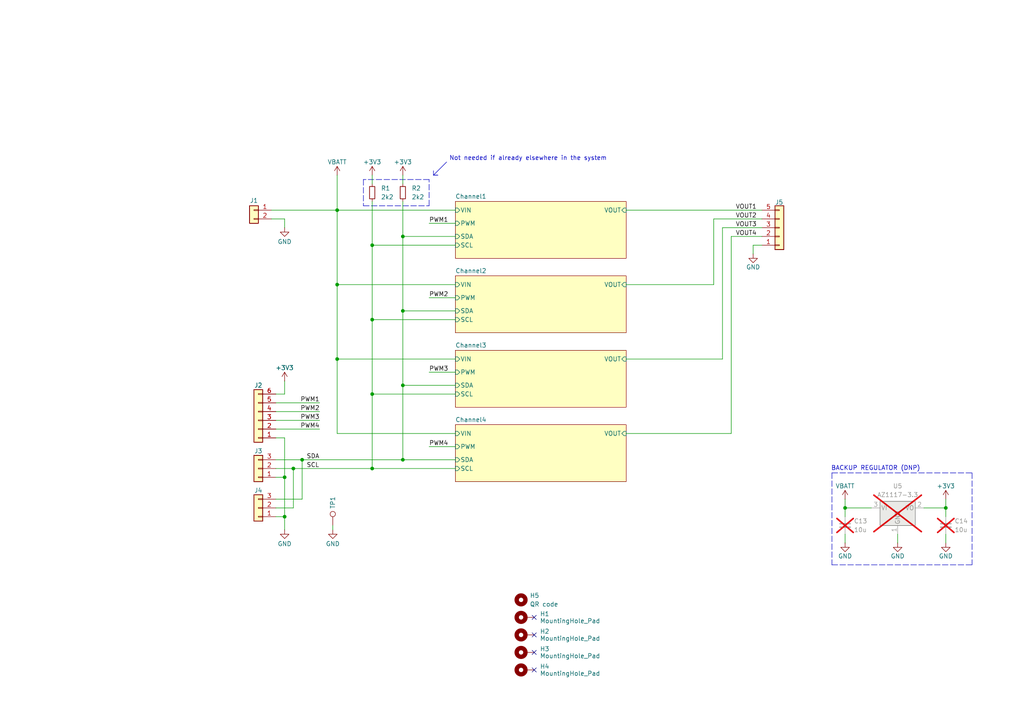
<source format=kicad_sch>
(kicad_sch (version 20250114) (generator "eeschema") (generator_version "9.0")
  (paper "A4")
  (title_block (title "Heating Control Board") (date "2025-03-20") (rev "V1") (company "Project Group B - MOD 11") (comment 1 "Heating subgroup"))
  (lib_symbols
    (symbol "Connector:TestPoint" (pin_numbers (hide yes)) (pin_names (offset 0.762) (hide yes))
      (property "Reference" "TP" (at 0 6.858 0))
      (property "Value" "TestPoint" (at 0 5.08 0))
      (symbol "TestPoint_0_1"
        (circle (center 0 3.302) (radius 0.762))
      )
      (symbol "TestPoint_1_1"
        (pin passive line (at 0 0 90) (length 2.54) (name "1") (number "1"))
      )
    )
    (symbol "Connector_Generic:Conn_01x02" (pin_names (offset 1.016) (hide yes))
      (property "Reference" "J" (at 0 2.54 0))
      (property "Value" "Conn_01x02" (at 0 -5.08 0))
      (symbol "Conn_01x02_1_1"
        (rectangle (start -1.27 1.27) (end 1.27 -3.81) (stroke (width 0.254)) (fill (type background)))
        (rectangle (start -1.27 0.127) (end 0 -0.127) (stroke (width 0.1524)))
        (rectangle (start -1.27 -2.413) (end 0 -2.667) (stroke (width 0.1524)))
        (pin passive line (at -5.08 0 0) (length 3.81) (name "Pin_1") (number "1"))
        (pin passive line (at -5.08 -2.54 0) (length 3.81) (name "Pin_2") (number "2"))
      )
    )
    (symbol "Connector_Generic:Conn_01x03" (pin_names (offset 1.016) (hide yes))
      (property "Reference" "J" (at 0 5.08 0))
      (property "Value" "Conn_01x03" (at 0 -5.08 0))
      (symbol "Conn_01x03_1_1"
        (rectangle (start -1.27 3.81) (end 1.27 -3.81) (stroke (width 0.254)) (fill (type background)))
        (rectangle (start -1.27 2.667) (end 0 2.413) (stroke (width 0.1524)))
        (rectangle (start -1.27 0.127) (end 0 -0.127) (stroke (width 0.1524)))
        (rectangle (start -1.27 -2.413) (end 0 -2.667) (stroke (width 0.1524)))
        (pin passive line (at -5.08 2.54 0) (length 3.81) (name "Pin_1") (number "1"))
        (pin passive line (at -5.08 0 0) (length 3.81) (name "Pin_2") (number "2"))
        (pin passive line (at -5.08 -2.54 0) (length 3.81) (name "Pin_3") (number "3"))
      )
    )
    (symbol "Connector_Generic:Conn_01x05" (pin_names (offset 1.016) (hide yes))
      (property "Reference" "J" (at 0 7.62 0))
      (property "Value" "Conn_01x05" (at 0 -7.62 0))
      (symbol "Conn_01x05_1_1"
        (rectangle (start -1.27 6.35) (end 1.27 -6.35) (stroke (width 0.254)) (fill (type background)))
        (rectangle (start -1.27 5.207) (end 0 4.953) (stroke (width 0.1524)))
        (rectangle (start -1.27 2.667) (end 0 2.413) (stroke (width 0.1524)))
        (rectangle (start -1.27 0.127) (end 0 -0.127) (stroke (width 0.1524)))
        (rectangle (start -1.27 -2.413) (end 0 -2.667) (stroke (width 0.1524)))
        (rectangle (start -1.27 -4.953) (end 0 -5.207) (stroke (width 0.1524)))
        (pin passive line (at -5.08 5.08 0) (length 3.81) (name "Pin_1") (number "1"))
        (pin passive line (at -5.08 2.54 0) (length 3.81) (name "Pin_2") (number "2"))
        (pin passive line (at -5.08 0 0) (length 3.81) (name "Pin_3") (number "3"))
        (pin passive line (at -5.08 -2.54 0) (length 3.81) (name "Pin_4") (number "4"))
        (pin passive line (at -5.08 -5.08 0) (length 3.81) (name "Pin_5") (number "5"))
      )
    )
    (symbol "Connector_Generic:Conn_01x06" (pin_names (offset 1.016) (hide yes))
      (property "Reference" "J" (at 0 7.62 0))
      (property "Value" "Conn_01x06" (at 0 -10.16 0))
      (symbol "Conn_01x06_1_1"
        (rectangle (start -1.27 6.35) (end 1.27 -8.89) (stroke (width 0.254)) (fill (type background)))
        (rectangle (start -1.27 5.207) (end 0 4.953) (stroke (width 0.1524)))
        (rectangle (start -1.27 2.667) (end 0 2.413) (stroke (width 0.1524)))
        (rectangle (start -1.27 0.127) (end 0 -0.127) (stroke (width 0.1524)))
        (rectangle (start -1.27 -2.413) (end 0 -2.667) (stroke (width 0.1524)))
        (rectangle (start -1.27 -4.953) (end 0 -5.207) (stroke (width 0.1524)))
        (rectangle (start -1.27 -7.493) (end 0 -7.747) (stroke (width 0.1524)))
        (pin passive line (at -5.08 5.08 0) (length 3.81) (name "Pin_1") (number "1"))
        (pin passive line (at -5.08 2.54 0) (length 3.81) (name "Pin_2") (number "2"))
        (pin passive line (at -5.08 0 0) (length 3.81) (name "Pin_3") (number "3"))
        (pin passive line (at -5.08 -2.54 0) (length 3.81) (name "Pin_4") (number "4"))
        (pin passive line (at -5.08 -5.08 0) (length 3.81) (name "Pin_5") (number "5"))
        (pin passive line (at -5.08 -7.62 0) (length 3.81) (name "Pin_6") (number "6"))
      )
    )
    (symbol "Device:C_Small" (pin_numbers (hide yes)) (pin_names (offset 0.254) (hide yes))
      (property "Reference" "C" (at 0.254 1.778 0))
      (property "Value" "C_Small" (at 0.254 -2.032 0))
      (symbol "C_Small_0_1"
        (polyline (pts (xy -1.524 0.508) (xy 1.524 0.508)) (stroke (width 0.3048)))
        (polyline (pts (xy -1.524 -0.508) (xy 1.524 -0.508)) (stroke (width 0.3302)))
      )
      (symbol "C_Small_1_1"
        (pin passive line (at 0 2.54 270) (length 2.032) (name "~") (number "1"))
        (pin passive line (at 0 -2.54 90) (length 2.032) (name "~") (number "2"))
      )
    )
    (symbol "Device:R_Small" (pin_numbers (hide yes)) (pin_names (offset 0.254) (hide yes))
      (property "Reference" "R" (at 0.762 0.508 0))
      (property "Value" "R_Small" (at 0.762 -1.016 0))
      (symbol "R_Small_0_1"
        (rectangle (start -0.762 1.778) (end 0.762 -1.778) (stroke (width 0.2032)))
      )
      (symbol "R_Small_1_1"
        (pin passive line (at 0 2.54 270) (length 0.762) (name "~") (number "1"))
        (pin passive line (at 0 -2.54 90) (length 0.762) (name "~") (number "2"))
      )
    )
    (symbol "Mechanical:MountingHole" (pin_names (offset 1.016)) (exclude_from_sim yes) (in_bom no)
      (property "Reference" "H" (at 0 5.08 0))
      (property "Value" "MountingHole" (at 0 3.175 0))
      (symbol "MountingHole_0_1"
        (circle (center 0 0) (radius 1.27) (stroke (width 1.27)))
      )
    )
    (symbol "Mechanical:MountingHole_Pad" (pin_numbers (hide yes)) (pin_names (offset 1.016) (hide yes)) (exclude_from_sim yes) (in_bom no)
      (property "Reference" "H" (at 0 6.35 0))
      (property "Value" "MountingHole_Pad" (at 0 4.445 0))
      (symbol "MountingHole_Pad_0_1"
        (circle (center 0 1.27) (radius 1.27) (stroke (width 1.27)))
      )
      (symbol "MountingHole_Pad_1_1"
        (pin input line (at 0 -2.54 90) (length 2.54) (name "1") (number "1"))
      )
    )
    (symbol "Regulator_Linear:AZ1117-3.3" (pin_names (offset 0.254))
      (property "Reference" "U" (at -3.81 3.175 0))
      (property "Value" "AZ1117-3.3" (at 0 3.175 0))
      (symbol "AZ1117-3.3_0_1"
        (rectangle (start -5.08 1.905) (end 5.08 -5.08) (stroke (width 0.254)) (fill (type background)))
      )
      (symbol "AZ1117-3.3_1_1"
        (pin power_in line (at -7.62 0 0) (length 2.54) (name "VI") (number "3"))
        (pin power_in line (at 0 -7.62 90) (length 2.54) (name "GND") (number "1"))
        (pin power_out line (at 7.62 0 180) (length 2.54) (name "VO") (number "2"))
      )
    )
    (symbol "power:+3V3" (power) (pin_numbers (hide yes)) (pin_names (offset 0) (hide yes))
      (property "Value" "+3V3" (at 0 3.556 0))
      (symbol "+3V3_0_1"
        (polyline (pts (xy -0.762 1.27) (xy 0 2.54)))
        (polyline (pts (xy 0 2.54) (xy 0.762 1.27)))
        (polyline (pts (xy 0 0) (xy 0 2.54)))
      )
      (symbol "+3V3_1_1"
        (pin power_in line (at 0 0 90) (length 0) (name "~") (number "1"))
      )
    )
    (symbol "power:GND" (power) (pin_numbers (hide yes)) (pin_names (offset 0) (hide yes))
      (property "Value" "GND" (at 0 -3.81 0))
      (symbol "GND_0_1"
        (polyline (pts (xy 0 0) (xy 0 -1.27) (xy 1.27 -1.27) (xy 0 -2.54) (xy -1.27 -1.27) (xy 0 -1.27)))
      )
      (symbol "GND_1_1"
        (pin power_in line (at 0 0 270) (length 0) (name "~") (number "1"))
      )
    )
    (symbol "power:VBUS" (power) (pin_numbers (hide yes)) (pin_names (offset 0) (hide yes))
      (property "Value" "VBUS" (at 0 3.556 0))
      (symbol "VBUS_0_1"
        (polyline (pts (xy -0.762 1.27) (xy 0 2.54)))
        (polyline (pts (xy 0 2.54) (xy 0.762 1.27)))
        (polyline (pts (xy 0 0) (xy 0 2.54)))
      )
      (symbol "VBUS_1_1"
        (pin power_in line (at 0 0 90) (length 0) (name "~") (number "1"))
      )
    )
  )
  (text "BACKUP REGULATOR (DNP)\n" (at 254 135.89 0) (effects (font (size 1.27 1.27))))
  (text "Not needed if already elsewhere in the system\n" (at 153.162 45.974 0) (effects (font (size 1.27 1.27))))
  (junction (at 97.79 60.96))
  (junction (at 116.84 111.76))
  (junction (at 116.84 133.35))
  (junction (at 107.95 114.3))
  (junction (at 245.11 147.32))
  (junction (at 85.09 135.89))
  (junction (at 116.84 68.58))
  (junction (at 97.79 104.14))
  (junction (at 87.63 133.35))
  (junction (at 274.32 147.32))
  (junction (at 107.95 92.71))
  (junction (at 107.95 71.12))
  (junction (at 82.55 138.43))
  (junction (at 97.79 82.55))
  (junction (at 82.55 149.86))
  (junction (at 116.84 90.17))
  (junction (at 107.95 135.89))
  (no_connect (at 154.94 194.31))
  (no_connect (at 154.94 184.15))
  (no_connect (at 154.94 179.07))
  (no_connect (at 154.94 189.23))
  (wire (pts (xy 212.09 68.58) (xy 220.98 68.58)))
  (wire (pts (xy 116.84 90.17) (xy 116.84 68.58)))
  (wire (pts (xy 124.46 129.54) (xy 132.08 129.54)))
  (polyline (pts (xy 125.73 50.8) (xy 127 50.8)))
  (wire (pts (xy 82.55 138.43) (xy 82.55 149.86)))
  (wire (pts (xy 116.84 58.42) (xy 116.84 68.58)))
  (wire (pts (xy 87.63 133.35) (xy 116.84 133.35)))
  (wire (pts (xy 80.01 149.86) (xy 82.55 149.86)))
  (wire (pts (xy 274.32 147.32) (xy 274.32 149.86)))
  (polyline (pts (xy 125.73 50.8) (xy 129.54 46.99)))
  (wire (pts (xy 96.52 152.4) (xy 96.52 153.67)))
  (wire (pts (xy 107.95 58.42) (xy 107.95 71.12)))
  (wire (pts (xy 124.46 64.77) (xy 132.08 64.77)))
  (wire (pts (xy 85.09 147.32) (xy 85.09 135.89)))
  (wire (pts (xy 80.01 124.46) (xy 92.71 124.46)))
  (wire (pts (xy 209.55 66.04) (xy 209.55 104.14)))
  (wire (pts (xy 107.95 114.3) (xy 107.95 92.71)))
  (wire (pts (xy 80.01 138.43) (xy 82.55 138.43)))
  (wire (pts (xy 132.08 111.76) (xy 116.84 111.76)))
  (wire (pts (xy 245.11 147.32) (xy 252.73 147.32)))
  (wire (pts (xy 116.84 50.8) (xy 116.84 53.34)))
  (wire (pts (xy 212.09 68.58) (xy 212.09 125.73)))
  (wire (pts (xy 116.84 68.58) (xy 132.08 68.58)))
  (wire (pts (xy 78.74 63.5) (xy 82.55 63.5)))
  (polyline (pts (xy 124.46 59.69) (xy 124.46 52.07)) (stroke (width 0) (type dash)))
  (wire (pts (xy 97.79 104.14) (xy 97.79 125.73)))
  (wire (pts (xy 82.55 66.04) (xy 82.55 63.5)))
  (wire (pts (xy 107.95 114.3) (xy 132.08 114.3)))
  (wire (pts (xy 97.79 104.14) (xy 132.08 104.14)))
  (wire (pts (xy 132.08 92.71) (xy 107.95 92.71)))
  (polyline (pts (xy 105.41 52.07) (xy 105.41 59.69)) (stroke (width 0) (type dash)))
  (wire (pts (xy 82.55 149.86) (xy 82.55 153.67)))
  (wire (pts (xy 107.95 71.12) (xy 132.08 71.12)))
  (wire (pts (xy 245.11 154.94) (xy 245.11 157.48)))
  (wire (pts (xy 107.95 71.12) (xy 107.95 92.71)))
  (wire (pts (xy 132.08 133.35) (xy 116.84 133.35)))
  (wire (pts (xy 87.63 133.35) (xy 80.01 133.35)))
  (wire (pts (xy 80.01 147.32) (xy 85.09 147.32)))
  (wire (pts (xy 80.01 116.84) (xy 92.71 116.84)))
  (polyline (pts (xy 105.41 59.69) (xy 124.46 59.69)) (stroke (width 0) (type dash)))
  (wire (pts (xy 124.46 86.36) (xy 132.08 86.36)))
  (polyline (pts (xy 124.46 52.07) (xy 105.41 52.07)) (stroke (width 0) (type dash)))
  (polyline (pts (xy 125.73 50.8) (xy 127 50.8)))
  (wire (pts (xy 80.01 144.78) (xy 87.63 144.78)))
  (wire (pts (xy 80.01 121.92) (xy 92.71 121.92)))
  (wire (pts (xy 181.61 60.96) (xy 220.98 60.96)))
  (wire (pts (xy 80.01 119.38) (xy 92.71 119.38)))
  (wire (pts (xy 181.61 82.55) (xy 207.01 82.55)))
  (polyline (pts (xy 241.3 163.83) (xy 281.94 163.83)) (stroke (width 0) (type dash)))
  (wire (pts (xy 116.84 111.76) (xy 116.84 90.17)))
  (wire (pts (xy 218.44 71.12) (xy 218.44 73.66)))
  (wire (pts (xy 97.79 82.55) (xy 132.08 82.55)))
  (wire (pts (xy 116.84 133.35) (xy 116.84 111.76)))
  (wire (pts (xy 207.01 82.55) (xy 207.01 63.5)))
  (wire (pts (xy 85.09 135.89) (xy 107.95 135.89)))
  (wire (pts (xy 260.35 154.94) (xy 260.35 157.48)))
  (wire (pts (xy 274.32 144.78) (xy 274.32 147.32)))
  (wire (pts (xy 207.01 63.5) (xy 220.98 63.5)))
  (wire (pts (xy 267.97 147.32) (xy 274.32 147.32)))
  (wire (pts (xy 80.01 114.3) (xy 82.55 114.3)))
  (wire (pts (xy 245.11 144.78) (xy 245.11 147.32)))
  (wire (pts (xy 132.08 135.89) (xy 107.95 135.89)))
  (wire (pts (xy 245.11 147.32) (xy 245.11 149.86)))
  (wire (pts (xy 97.79 82.55) (xy 97.79 104.14)))
  (wire (pts (xy 132.08 60.96) (xy 97.79 60.96)))
  (polyline (pts (xy 241.3 137.16) (xy 241.3 163.83)) (stroke (width 0) (type dash)))
  (wire (pts (xy 80.01 135.89) (xy 85.09 135.89)))
  (wire (pts (xy 181.61 104.14) (xy 209.55 104.14)))
  (wire (pts (xy 209.55 66.04) (xy 220.98 66.04)))
  (wire (pts (xy 107.95 135.89) (xy 107.95 114.3)))
  (wire (pts (xy 97.79 50.8) (xy 97.79 60.96)))
  (wire (pts (xy 132.08 90.17) (xy 116.84 90.17)))
  (wire (pts (xy 97.79 125.73) (xy 132.08 125.73)))
  (wire (pts (xy 124.46 107.95) (xy 132.08 107.95)))
  (wire (pts (xy 87.63 144.78) (xy 87.63 133.35)))
  (wire (pts (xy 82.55 127) (xy 82.55 138.43)))
  (wire (pts (xy 107.95 50.8) (xy 107.95 53.34)))
  (wire (pts (xy 274.32 154.94) (xy 274.32 157.48)))
  (wire (pts (xy 181.61 125.73) (xy 212.09 125.73)))
  (wire (pts (xy 97.79 60.96) (xy 97.79 82.55)))
  (wire (pts (xy 97.79 60.96) (xy 78.74 60.96)))
  (wire (pts (xy 220.98 71.12) (xy 218.44 71.12)))
  (polyline (pts (xy 281.94 137.16) (xy 281.94 163.83)) (stroke (width 0) (type dash)))
  (polyline (pts (xy 125.73 49.53) (xy 125.73 50.8)))
  (wire (pts (xy 80.01 127) (xy 82.55 127)))
  (wire (pts (xy 82.55 110.49) (xy 82.55 114.3)))
  (polyline (pts (xy 241.3 137.16) (xy 281.94 137.16)) (stroke (width 0) (type dash)))
  (label "PWM2" (at 92.71 119.38 180))
  (label "VOUT2" (at 213.36 63.5 0))
  (label "PWM2" (at 124.46 86.36 0))
  (label "PWM4" (at 124.46 129.54 0))
  (label "SDA" (at 88.9 133.35 0))
  (label "PWM3" (at 124.46 107.95 0))
  (label "VOUT4" (at 213.36 68.58 0))
  (label "VOUT1" (at 213.36 60.96 0))
  (label "SCL" (at 88.9 135.89 0))
  (label "PWM3" (at 92.71 121.92 180))
  (label "PWM1" (at 92.71 116.84 180))
  (label "PWM1" (at 124.46 64.77 0))
  (label "VOUT3" (at 213.36 66.04 0))
  (label "PWM4" (at 92.71 124.46 180))
  (symbol (lib_id "power:GND") (at 82.55 153.67 0) (unit 1)
    (property "Reference" "#PWR03" (effects (hide yes)))
    (property "Value" "GND" (at 82.55 157.734 0))
    (property "Description" "Power symbol creates a global label with name \"GND\" , ground" (effects (hide yes)))
  )
  (symbol (lib_id "Mechanical:MountingHole_Pad") (at 152.4 184.15 90) (unit 1) (exclude_from_sim yes) (in_bom no)
    (property "Reference" "H2" (at 157.988 183.134 90))
    (property "Value" "MountingHole_Pad" (at 165.354 185.166 90))
    (property "Footprint" "MountingHole:MountingHole_3.2mm_M3_Pad" (effects (hide yes)))
    (property "Description" "Mounting Hole with connection" (effects (hide yes)))
  )
  (symbol (lib_id "Device:R_Small") (at 107.95 55.88 0) (unit 1)
    (property "Reference" "R1" (at 110.49 54.6099 0) (effects (justify left)))
    (property "Value" "2k2" (at 110.49 57.1499 0) (effects (justify left)))
    (property "Footprint" "Resistor_SMD:R_0603_1608Metric_Pad0.98x0.95mm_HandSolder" (effects (hide yes)))
    (property "Description" "Resistor, small symbol" (effects (hide yes)))
  )
  (symbol (lib_id "power:+3V3") (at 82.55 110.49 0) (unit 1)
    (property "Reference" "#PWR02" (effects (hide yes)))
    (property "Value" "+3V3" (at 82.55 106.68 0))
    (property "Description" "Power symbol creates a global label with name \"+3V3\"" (effects (hide yes)))
  )
  (symbol (lib_id "Regulator_Linear:AZ1117-3.3") (at 260.35 147.32 0) (unit 1) (exclude_from_sim yes) (in_bom no) (on_board no) (dnp yes)
    (property "Reference" "U5" (at 260.35 140.97 0))
    (property "Value" "AZ1117-3.3" (at 260.35 143.51 0))
    (property "Footprint" "Package_TO_SOT_THT:TO-220-3_Vertical" (effects (hide yes)))
    (property "Datasheet" "https://www.diodes.com/assets/Datasheets/AZ1117.pdf" (effects (hide yes)))
    (property "Description" "1A 20V Fixed LDO Linear Regulator, 3.3V, SOT-89/SOT-223/TO-220/TO-252/TO-263" (effects (hide yes)))
  )
  (symbol (lib_id "Connector_Generic:Conn_01x06") (at 74.93 121.92 180) (unit 1)
    (property "Reference" "J2" (at 74.93 111.76 0))
    (property "Value" "Conn_01x06" (effects (hide yes)))
    (property "Footprint" "HeatingBoard:PHOENIX_1935200" (effects (hide yes)))
    (property "Description" "Generic connector, single row, 01x06, script generated (kicad-library-utils/schlib/autogen/connector/)" (effects (hide yes)))
  )
  (symbol (lib_id "Mechanical:MountingHole_Pad") (at 152.4 194.31 90) (unit 1) (exclude_from_sim yes) (in_bom no)
    (property "Reference" "H4" (at 157.988 193.294 90))
    (property "Value" "MountingHole_Pad" (at 165.354 195.326 90))
    (property "Footprint" "MountingHole:MountingHole_3.2mm_M3_Pad" (effects (hide yes)))
    (property "Description" "Mounting Hole with connection" (effects (hide yes)))
  )
  (symbol (lib_id "Connector:TestPoint") (at 96.52 152.4 0) (unit 1) (in_bom no)
    (property "Reference" "TP1" (at 96.52 145.796 90))
    (property "Value" "TestPoint" (effects (hide yes)))
    (property "Footprint" "TestPoint:TestPoint_Plated_Hole_D5.0mm" (effects (hide yes)))
    (property "Description" "test point" (effects (hide yes)))
  )
  (symbol (lib_id "power:VBUS") (at 245.11 144.78 0) (unit 1)
    (property "Reference" "#PWR057" (effects (hide yes)))
    (property "Value" "VBATT" (at 245.11 140.97 0))
    (property "Description" "Power symbol creates a global label with name \"VBUS\"" (effects (hide yes)))
  )
  (symbol (lib_id "Device:R_Small") (at 116.84 55.88 0) (unit 1)
    (property "Reference" "R2" (at 119.38 54.6099 0) (effects (justify left)))
    (property "Value" "2k2" (at 119.38 57.1499 0) (effects (justify left)))
    (property "Footprint" "Resistor_SMD:R_0603_1608Metric_Pad0.98x0.95mm_HandSolder" (effects (hide yes)))
    (property "Description" "Resistor, small symbol" (effects (hide yes)))
  )
  (symbol (lib_id "Connector_Generic:Conn_01x02") (at 73.66 60.96 0) (mirror y) (unit 1)
    (property "Reference" "J1" (at 73.66 58.166 0))
    (property "Value" "Conn_01x02" (effects (hide yes)))
    (property "Footprint" "HeatingBoard:PHOENIX_1935161" (effects (hide yes)))
    (property "Description" "Generic connector, single row, 01x02, script generated (kicad-library-utils/schlib/autogen/connector/)" (effects (hide yes)))
  )
  (symbol (lib_id "Connector_Generic:Conn_01x05") (at 226.06 66.04 0) (mirror x) (unit 1)
    (property "Reference" "J5" (at 224.79 58.674 0) (effects (justify left)))
    (property "Value" "Conn_01x05" (effects (hide yes)))
    (property "Footprint" "HeatingBoard:PHOENIX_1935190" (effects (hide yes)))
    (property "Description" "Generic connector, single row, 01x05, script generated (kicad-library-utils/schlib/autogen/connector/)" (effects (hide yes)))
  )
  (symbol (lib_id "power:GND") (at 82.55 66.04 0) (unit 1)
    (property "Reference" "#PWR01" (effects (hide yes)))
    (property "Value" "GND" (at 82.55 70.104 0))
    (property "Description" "Power symbol creates a global label with name \"GND\" , ground" (effects (hide yes)))
  )
  (symbol (lib_id "power:GND") (at 274.32 157.48 0) (unit 1)
    (property "Reference" "#PWR055" (effects (hide yes)))
    (property "Value" "GND" (at 274.32 161.29 0))
    (property "Description" "Power symbol creates a global label with name \"GND\" , ground" (effects (hide yes)))
  )
  (symbol (lib_id "power:GND") (at 96.52 153.67 0) (unit 1)
    (property "Reference" "#PWR04" (effects (hide yes)))
    (property "Value" "GND" (at 96.52 157.734 0))
    (property "Description" "Power symbol creates a global label with name \"GND\" , ground" (effects (hide yes)))
  )
  (symbol (lib_id "Mechanical:MountingHole_Pad") (at 152.4 179.07 90) (unit 1) (exclude_from_sim yes) (in_bom no)
    (property "Reference" "H1" (at 157.988 178.054 90))
    (property "Value" "MountingHole_Pad" (at 165.354 180.086 90))
    (property "Footprint" "MountingHole:MountingHole_3.2mm_M3_Pad" (effects (hide yes)))
    (property "Description" "Mounting Hole with connection" (effects (hide yes)))
  )
  (symbol (lib_id "power:GND") (at 260.35 157.48 0) (unit 1)
    (property "Reference" "#PWR054" (effects (hide yes)))
    (property "Value" "GND" (at 260.35 161.29 0))
    (property "Description" "Power symbol creates a global label with name \"GND\" , ground" (effects (hide yes)))
  )
  (symbol (lib_id "power:+3V3") (at 116.84 50.8 0) (unit 1)
    (property "Reference" "#PWR07" (effects (hide yes)))
    (property "Value" "+3V3" (at 116.84 46.99 0))
    (property "Description" "Power symbol creates a global label with name \"+3V3\"" (effects (hide yes)))
  )
  (symbol (lib_id "Mechanical:MountingHole_Pad") (at 152.4 189.23 90) (unit 1) (exclude_from_sim yes) (in_bom no)
    (property "Reference" "H3" (at 157.988 188.214 90))
    (property "Value" "MountingHole_Pad" (at 165.354 190.246 90))
    (property "Footprint" "MountingHole:MountingHole_3.2mm_M3_Pad" (effects (hide yes)))
    (property "Description" "Mounting Hole with connection" (effects (hide yes)))
  )
  (symbol (lib_id "Connector_Generic:Conn_01x03") (at 74.93 147.32 180) (unit 1)
    (property "Reference" "J4" (at 74.93 142.24 0))
    (property "Value" "Conn_01x03" (effects (hide yes)))
    (property "Footprint" "HeatingBoard:PHOENIX_1935174" (effects (hide yes)))
    (property "Description" "Generic connector, single row, 01x03, script generated (kicad-library-utils/schlib/autogen/connector/)" (effects (hide yes)))
  )
  (symbol (lib_id "power:+3V3") (at 107.95 50.8 0) (unit 1)
    (property "Reference" "#PWR06" (effects (hide yes)))
    (property "Value" "+3V3" (at 107.95 46.99 0))
    (property "Description" "Power symbol creates a global label with name \"+3V3\"" (effects (hide yes)))
  )
  (symbol (lib_id "Connector_Generic:Conn_01x03") (at 74.93 135.89 180) (unit 1)
    (property "Reference" "J3" (at 74.93 130.81 0))
    (property "Value" "Conn_01x03" (effects (hide yes)))
    (property "Footprint" "HeatingBoard:PHOENIX_1935174" (effects (hide yes)))
    (property "Description" "Generic connector, single row, 01x03, script generated (kicad-library-utils/schlib/autogen/connector/)" (effects (hide yes)))
  )
  (symbol (lib_id "Mechanical:MountingHole") (at 151.13 173.99 0) (unit 1) (exclude_from_sim yes) (in_bom no)
    (property "Reference" "H5" (at 153.67 172.7199 0) (effects (justify left)))
    (property "Value" "QR code" (at 153.67 175.2599 0) (effects (justify left)))
    (property "Footprint" "HeatingBoard:QRcode" (effects (hide yes)))
    (property "Description" "Mounting Hole without connection" (effects (hide yes)))
  )
  (symbol (lib_id "power:+3V3") (at 274.32 144.78 0) (unit 1)
    (property "Reference" "#PWR056" (effects (hide yes)))
    (property "Value" "+3V3" (at 274.32 140.97 0))
    (property "Description" "Power symbol creates a global label with name \"+3V3\"" (effects (hide yes)))
  )
  (symbol (lib_id "Device:C_Small") (at 245.11 152.4 0) (unit 1) (exclude_from_sim yes) (in_bom no) (on_board no) (dnp yes)
    (property "Reference" "C13" (at 247.65 151.1362 0) (effects (justify left)))
    (property "Value" "10u" (at 247.65 153.6762 0) (effects (justify left)))
    (property "Footprint" "Capacitor_SMD:C_0805_2012Metric_Pad1.18x1.45mm_HandSolder" (effects (hide yes)))
    (property "Description" "Unpolarized capacitor, small symbol" (effects (hide yes)))
  )
  (symbol (lib_id "power:GND") (at 218.44 73.66 0) (unit 1)
    (property "Reference" "#PWR08" (effects (hide yes)))
    (property "Value" "GND" (at 218.44 77.47 0))
    (property "Description" "Power symbol creates a global label with name \"GND\" , ground" (effects (hide yes)))
  )
  (symbol (lib_id "power:GND") (at 245.11 157.48 0) (unit 1)
    (property "Reference" "#PWR053" (effects (hide yes)))
    (property "Value" "GND" (at 245.11 161.29 0))
    (property "Description" "Power symbol creates a global label with name \"GND\" , ground" (effects (hide yes)))
  )
  (symbol (lib_id "power:VBUS") (at 97.79 50.8 0) (unit 1)
    (property "Reference" "#PWR05" (effects (hide yes)))
    (property "Value" "VBATT" (at 97.79 46.99 0))
    (property "Description" "Power symbol creates a global label with name \"VBUS\"" (effects (hide yes)))
  )
  (symbol (lib_id "Device:C_Small") (at 274.32 152.4 0) (unit 1) (exclude_from_sim yes) (in_bom no) (on_board no) (dnp yes)
    (property "Reference" "C14" (at 276.86 151.1362 0) (effects (justify left)))
    (property "Value" "10u" (at 276.86 153.6762 0) (effects (justify left)))
    (property "Footprint" "Capacitor_SMD:C_0805_2012Metric_Pad1.18x1.45mm_HandSolder" (effects (hide yes)))
    (property "Description" "Unpolarized capacitor, small symbol" (effects (hide yes)))
  )
  (sheet (at 132.08 80.01) (size 49.53 16.51) (stroke (width 0.1524)) (fill (color 255 255 194 1.0000))
    (property "Sheetname" "Channel2" (at 132.08 79.2984 0) (effects (justify left bottom)))
    (property "Sheetfile" "Channel.kicad_sch" (effects (hide yes)))
    (pin "VOUT" input (at 181.61 82.55 0))
    (pin "PWM" input (at 132.08 86.36 180))
    (pin "SCL" input (at 132.08 92.71 180))
    (pin "VIN" input (at 132.08 82.55 180))
    (pin "SDA" input (at 132.08 90.17 180))
  )
  (sheet (at 132.08 123.19) (size 49.53 16.51) (stroke (width 0.1524)) (fill (color 255 255 194 1.0000))
    (property "Sheetname" "Channel4" (at 132.08 122.4784 0) (effects (justify left bottom)))
    (property "Sheetfile" "Channel.kicad_sch" (effects (hide yes)))
    (pin "VOUT" input (at 181.61 125.73 0))
    (pin "PWM" input (at 132.08 129.54 180))
    (pin "SCL" input (at 132.08 135.89 180))
    (pin "VIN" input (at 132.08 125.73 180))
    (pin "SDA" input (at 132.08 133.35 180))
  )
  (sheet (at 132.08 101.6) (size 49.53 16.51) (stroke (width 0.1524)) (fill (color 255 255 194 1.0000))
    (property "Sheetname" "Channel3" (at 132.08 100.8884 0) (effects (justify left bottom)))
    (property "Sheetfile" "Channel.kicad_sch" (effects (hide yes)))
    (pin "VOUT" input (at 181.61 104.14 0))
    (pin "PWM" input (at 132.08 107.95 180))
    (pin "SCL" input (at 132.08 114.3 180))
    (pin "VIN" input (at 132.08 104.14 180))
    (pin "SDA" input (at 132.08 111.76 180))
  )
  (sheet (at 132.08 58.42) (size 49.53 16.51) (stroke (width 0.1524)) (fill (color 255 255 194 1.0000))
    (property "Sheetname" "Channel1" (at 132.08 57.7084 0) (effects (justify left bottom)))
    (property "Sheetfile" "Channel.kicad_sch" (effects (hide yes)))
    (pin "VOUT" input (at 181.61 60.96 0))
    (pin "PWM" input (at 132.08 64.77 180))
    (pin "SCL" input (at 132.08 71.12 180))
    (pin "VIN" input (at 132.08 60.96 180))
    (pin "SDA" input (at 132.08 68.58 180))
  )
)
</source>
